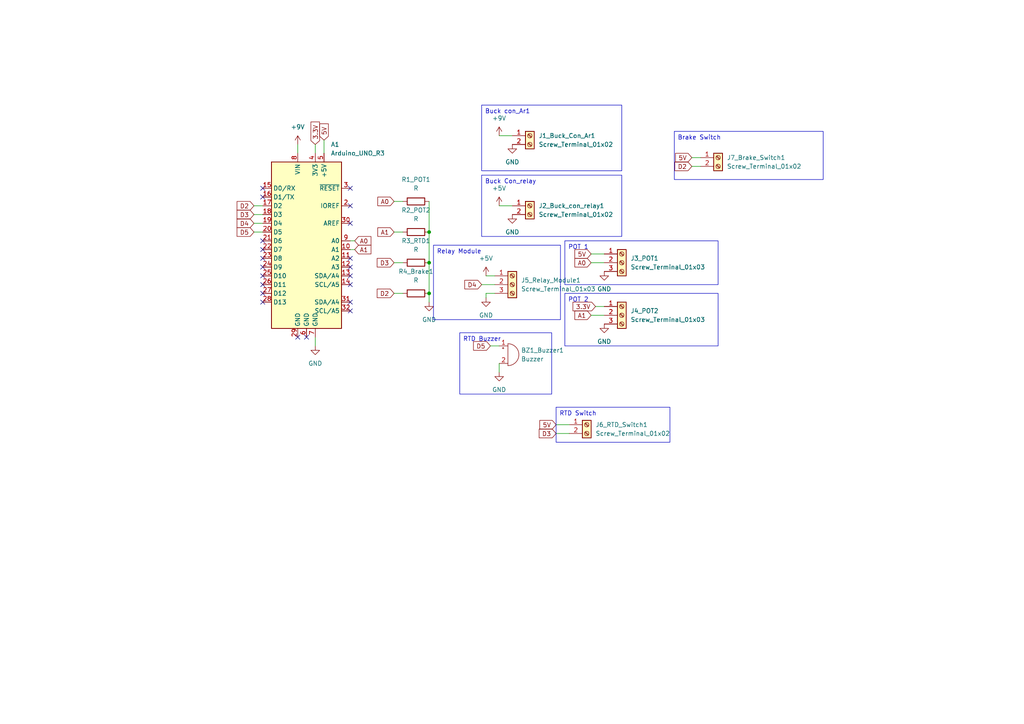
<source format=kicad_sch>
(kicad_sch (version 20230121) (generator eeschema)
  (paper "A4")
  (lib_symbols
    (symbol "Connector:Screw_Terminal_01x02" (pin_names (offset 1.016) hide)
      (property "Reference" "J" (at 0 2.54 0))
      (property "Value" "Screw_Terminal_01x02" (at 0 -5.08 0))
      (symbol "Screw_Terminal_01x02_1_1"
        (rectangle (start -1.27 1.27) (end 1.27 -3.81) (stroke (width 0.254)) (fill (type background)))
        (circle (center 0 -2.54) (radius 0.635) (stroke (width 0.1524)))
        (polyline (pts (xy -0.5334 -2.2098) (xy 0.3302 -3.048)) (stroke (width 0.1524)))
        (polyline (pts (xy -0.5334 0.3302) (xy 0.3302 -0.508)) (stroke (width 0.1524)))
        (polyline (pts (xy -0.3556 -2.032) (xy 0.508 -2.8702)) (stroke (width 0.1524)))
        (polyline (pts (xy -0.3556 0.508) (xy 0.508 -0.3302)) (stroke (width 0.1524)))
        (circle (center 0 0) (radius 0.635) (stroke (width 0.1524)))
        (pin passive line (at -5.08 0 0) (length 3.81) (name "Pin_1") (number "1"))
        (pin passive line (at -5.08 -2.54 0) (length 3.81) (name "Pin_2") (number "2"))
      )
    )
    (symbol "Connector:Screw_Terminal_01x03" (pin_names (offset 1.016) hide)
      (property "Reference" "J" (at 0 5.08 0))
      (property "Value" "Screw_Terminal_01x03" (at 0 -5.08 0))
      (symbol "Screw_Terminal_01x03_1_1"
        (rectangle (start -1.27 3.81) (end 1.27 -3.81) (stroke (width 0.254)) (fill (type background)))
        (circle (center 0 -2.54) (radius 0.635) (stroke (width 0.1524)))
        (polyline (pts (xy -0.5334 -2.2098) (xy 0.3302 -3.048)) (stroke (width 0.1524)))
        (polyline (pts (xy -0.5334 0.3302) (xy 0.3302 -0.508)) (stroke (width 0.1524)))
        (polyline (pts (xy -0.5334 2.8702) (xy 0.3302 2.032)) (stroke (width 0.1524)))
        (polyline (pts (xy -0.3556 -2.032) (xy 0.508 -2.8702)) (stroke (width 0.1524)))
        (polyline (pts (xy -0.3556 0.508) (xy 0.508 -0.3302)) (stroke (width 0.1524)))
        (polyline (pts (xy -0.3556 3.048) (xy 0.508 2.2098)) (stroke (width 0.1524)))
        (circle (center 0 0) (radius 0.635) (stroke (width 0.1524)))
        (circle (center 0 2.54) (radius 0.635) (stroke (width 0.1524)))
        (pin passive line (at -5.08 2.54 0) (length 3.81) (name "Pin_1") (number "1"))
        (pin passive line (at -5.08 0 0) (length 3.81) (name "Pin_2") (number "2"))
        (pin passive line (at -5.08 -2.54 0) (length 3.81) (name "Pin_3") (number "3"))
      )
    )
    (symbol "Device:Buzzer" (pin_names (offset 0.0254) hide)
      (property "Reference" "BZ" (at 3.81 1.27 0))
      (property "Value" "Buzzer" (at 3.81 -1.27 0))
      (symbol "Buzzer_0_1"
        (arc (start 0 -3.175) (mid 3.1612 0) (end 0 3.175))
        (polyline (pts (xy -1.651 1.905) (xy -1.143 1.905)))
        (polyline (pts (xy -1.397 2.159) (xy -1.397 1.651)))
        (polyline (pts (xy 0 3.175) (xy 0 -3.175)))
      )
      (symbol "Buzzer_1_1"
        (pin passive line (at -2.54 2.54 0) (length 2.54) (name "-") (number "1"))
        (pin passive line (at -2.54 -2.54 0) (length 2.54) (name "+") (number "2"))
      )
    )
    (symbol "Device:R" (pin_numbers hide) (pin_names (offset 0))
      (property "Reference" "R" (at 2.032 0 90))
      (property "Value" "R" (at 0 0 90))
      (symbol "R_0_1"
        (rectangle (start -1.016 -2.54) (end 1.016 2.54) (stroke (width 0.254)))
      )
      (symbol "R_1_1"
        (pin passive line (at 0 3.81 270) (length 1.27) (name "~") (number "1"))
        (pin passive line (at 0 -3.81 90) (length 1.27) (name "~") (number "2"))
      )
    )
    (symbol "MCU_Module:Arduino_UNO_R3"
      (property "Reference" "A" (at -10.16 23.495 0))
      (property "Value" "Arduino_UNO_R3" (at 5.08 -26.67 0))
      (symbol "Arduino_UNO_R3_0_1"
        (rectangle (start -10.16 22.86) (end 10.16 -25.4) (stroke (width 0.254)) (fill (type background)))
      )
      (symbol "Arduino_UNO_R3_1_1"
        (pin no_connect line (at -10.16 -20.32 0) (length 2.54) hide (name "NC") (number "1"))
        (pin bidirectional line (at 12.7 -2.54 180) (length 2.54) (name "A1") (number "10"))
        (pin bidirectional line (at 12.7 -5.08 180) (length 2.54) (name "A2") (number "11"))
        (pin bidirectional line (at 12.7 -7.62 180) (length 2.54) (name "A3") (number "12"))
        (pin bidirectional line (at 12.7 -10.16 180) (length 2.54) (name "SDA/A4") (number "13"))
        (pin bidirectional line (at 12.7 -12.7 180) (length 2.54) (name "SCL/A5") (number "14"))
        (pin bidirectional line (at -12.7 15.24 0) (length 2.54) (name "D0/RX") (number "15"))
        (pin bidirectional line (at -12.7 12.7 0) (length 2.54) (name "D1/TX") (number "16"))
        (pin bidirectional line (at -12.7 10.16 0) (length 2.54) (name "D2") (number "17"))
        (pin bidirectional line (at -12.7 7.62 0) (length 2.54) (name "D3") (number "18"))
        (pin bidirectional line (at -12.7 5.08 0) (length 2.54) (name "D4") (number "19"))
        (pin output line (at 12.7 10.16 180) (length 2.54) (name "IOREF") (number "2"))
        (pin bidirectional line (at -12.7 2.54 0) (length 2.54) (name "D5") (number "20"))
        (pin bidirectional line (at -12.7 0 0) (length 2.54) (name "D6") (number "21"))
        (pin bidirectional line (at -12.7 -2.54 0) (length 2.54) (name "D7") (number "22"))
        (pin bidirectional line (at -12.7 -5.08 0) (length 2.54) (name "D8") (number "23"))
        (pin bidirectional line (at -12.7 -7.62 0) (length 2.54) (name "D9") (number "24"))
        (pin bidirectional line (at -12.7 -10.16 0) (length 2.54) (name "D10") (number "25"))
        (pin bidirectional line (at -12.7 -12.7 0) (length 2.54) (name "D11") (number "26"))
        (pin bidirectional line (at -12.7 -15.24 0) (length 2.54) (name "D12") (number "27"))
        (pin bidirectional line (at -12.7 -17.78 0) (length 2.54) (name "D13") (number "28"))
        (pin power_in line (at -2.54 -27.94 90) (length 2.54) (name "GND") (number "29"))
        (pin input line (at 12.7 15.24 180) (length 2.54) (name "~{RESET}") (number "3"))
        (pin input line (at 12.7 5.08 180) (length 2.54) (name "AREF") (number "30"))
        (pin bidirectional line (at 12.7 -17.78 180) (length 2.54) (name "SDA/A4") (number "31"))
        (pin bidirectional line (at 12.7 -20.32 180) (length 2.54) (name "SCL/A5") (number "32"))
        (pin power_out line (at 2.54 25.4 270) (length 2.54) (name "3V3") (number "4"))
        (pin power_out line (at 5.08 25.4 270) (length 2.54) (name "+5V") (number "5"))
        (pin power_in line (at 0 -27.94 90) (length 2.54) (name "GND") (number "6"))
        (pin power_in line (at 2.54 -27.94 90) (length 2.54) (name "GND") (number "7"))
        (pin power_in line (at -2.54 25.4 270) (length 2.54) (name "VIN") (number "8"))
        (pin bidirectional line (at 12.7 0 180) (length 2.54) (name "A0") (number "9"))
      )
    )
    (symbol "power:+5V" (power) (pin_names (offset 0))
      (property "Value" "+5V" (at 0 3.556 0))
      (symbol "+5V_0_1"
        (polyline (pts (xy -0.762 1.27) (xy 0 2.54)))
        (polyline (pts (xy 0 0) (xy 0 2.54)))
        (polyline (pts (xy 0 2.54) (xy 0.762 1.27)))
      )
      (symbol "+5V_1_1"
        (pin power_in line (at 0 0 90) (length 0) hide (name "+5V") (number "1"))
      )
    )
    (symbol "power:+9V" (power) (pin_names (offset 0))
      (property "Value" "+9V" (at 0 3.556 0))
      (symbol "+9V_0_1"
        (polyline (pts (xy -0.762 1.27) (xy 0 2.54)))
        (polyline (pts (xy 0 0) (xy 0 2.54)))
        (polyline (pts (xy 0 2.54) (xy 0.762 1.27)))
      )
      (symbol "+9V_1_1"
        (pin power_in line (at 0 0 90) (length 0) hide (name "+9V") (number "1"))
      )
    )
    (symbol "power:GND" (power) (pin_names (offset 0))
      (property "Value" "GND" (at 0 -3.81 0))
      (symbol "GND_0_1"
        (polyline (pts (xy 0 0) (xy 0 -1.27) (xy 1.27 -1.27) (xy 0 -2.54) (xy -1.27 -1.27) (xy 0 -1.27)))
      )
      (symbol "GND_1_1"
        (pin power_in line (at 0 0 270) (length 0) hide (name "GND") (number "1"))
      )
    )
  )
  (junction (at 124.46 76.2))
  (junction (at 124.46 85.09))
  (junction (at 124.46 67.31))
  (no_connect (at 101.6 54.61))
  (no_connect (at 76.2 85.09))
  (no_connect (at 76.2 74.93))
  (no_connect (at 86.36 97.79))
  (no_connect (at 88.9 97.79))
  (no_connect (at 76.2 77.47))
  (no_connect (at 76.2 80.01))
  (no_connect (at 76.2 69.85))
  (no_connect (at 76.2 72.39))
  (no_connect (at 76.2 82.55))
  (no_connect (at 76.2 57.15))
  (no_connect (at 101.6 87.63))
  (no_connect (at 76.2 87.63))
  (no_connect (at 101.6 82.55))
  (no_connect (at 101.6 64.77))
  (no_connect (at 101.6 80.01))
  (no_connect (at 76.2 54.61))
  (no_connect (at 101.6 90.17))
  (no_connect (at 101.6 74.93))
  (no_connect (at 101.6 59.69))
  (no_connect (at 101.6 77.47))
  (wire (pts (xy 139.7 82.55) (xy 143.51 82.55)))
  (wire (pts (xy 73.66 67.31) (xy 76.2 67.31)))
  (wire (pts (xy 171.45 76.2) (xy 175.26 76.2)))
  (wire (pts (xy 114.3 58.42) (xy 116.84 58.42)))
  (wire (pts (xy 140.97 80.01) (xy 143.51 80.01)))
  (wire (pts (xy 73.66 59.69) (xy 76.2 59.69)))
  (wire (pts (xy 93.98 40.64) (xy 93.98 44.45)))
  (wire (pts (xy 73.66 62.23) (xy 76.2 62.23)))
  (wire (pts (xy 200.66 45.72) (xy 203.2 45.72)))
  (wire (pts (xy 114.3 76.2) (xy 116.84 76.2)))
  (wire (pts (xy 114.3 85.09) (xy 116.84 85.09)))
  (wire (pts (xy 124.46 58.42) (xy 124.46 67.31)))
  (wire (pts (xy 144.78 105.41) (xy 144.78 107.95)))
  (wire (pts (xy 124.46 76.2) (xy 124.46 85.09)))
  (wire (pts (xy 124.46 67.31) (xy 124.46 76.2)))
  (wire (pts (xy 144.78 59.69) (xy 148.59 59.69)))
  (wire (pts (xy 91.44 100.33) (xy 91.44 97.79)))
  (wire (pts (xy 161.29 125.73) (xy 165.1 125.73)))
  (wire (pts (xy 101.6 69.85) (xy 102.87 69.85)))
  (wire (pts (xy 91.44 41.91) (xy 91.44 44.45)))
  (wire (pts (xy 124.46 85.09) (xy 124.46 87.63)))
  (wire (pts (xy 171.45 91.44) (xy 175.26 91.44)))
  (wire (pts (xy 140.97 85.09) (xy 140.97 86.36)))
  (wire (pts (xy 142.24 100.33) (xy 144.78 100.33)))
  (wire (pts (xy 200.66 48.26) (xy 203.2 48.26)))
  (wire (pts (xy 161.29 123.19) (xy 165.1 123.19)))
  (wire (pts (xy 171.45 73.66) (xy 175.26 73.66)))
  (wire (pts (xy 140.97 85.09) (xy 143.51 85.09)))
  (wire (pts (xy 144.78 39.37) (xy 148.59 39.37)))
  (wire (pts (xy 101.6 72.39) (xy 102.87 72.39)))
  (wire (pts (xy 172.72 88.9) (xy 175.26 88.9)))
  (wire (pts (xy 86.36 41.91) (xy 86.36 44.45)))
  (wire (pts (xy 73.66 64.77) (xy 76.2 64.77)))
  (wire (pts (xy 114.3 67.31) (xy 116.84 67.31)))
  (text_box "Buck Con_relay" (at 139.7 50.8 0) (size 40.64 17.78) (effects (font (size 1.27 1.27)) (justify left top)))
  (text_box "POT 1\n" (at 163.83 69.85 0) (size 44.45 12.7) (effects (font (size 1.27 1.27)) (justify left top)))
  (text_box "Brake Switch" (at 195.58 38.1 0) (size 43.18 13.97) (effects (font (size 1.27 1.27)) (justify left top)))
  (text_box "RTD Switch\n" (at 161.29 118.11 0) (size 33.02 10.16) (effects (font (size 1.27 1.27)) (justify left top)))
  (text_box "POT 2" (at 163.83 85.09 0) (size 44.45 15.24) (effects (font (size 1.27 1.27)) (justify left top)))
  (text_box "RTD Buzzer" (at 133.35 96.52 0) (size 26.67 17.78) (effects (font (size 1.27 1.27)) (justify left top)))
  (text_box "Buck con_Ar1" (at 139.7 30.48 0) (size 40.64 19.05) (effects (font (size 1.27 1.27)) (justify left top)))
  (text_box "Relay Module" (at 125.73 71.12 0) (size 36.83 21.59) (effects (font (size 1.27 1.27)) (justify left top)))
  (global_label "5V" (shape input) (at 161.29 123.19 180) (property "Intersheetrefs" "${INTERSHEET_REFS}" (effects hide)))
  (global_label "A0" (shape input) (at 114.3 58.42 180) (property "Intersheetrefs" "${INTERSHEET_REFS}" (effects hide)))
  (global_label "D4" (shape input) (at 139.7 82.55 180) (property "Intersheetrefs" "${INTERSHEET_REFS}" (effects hide)))
  (global_label "A0" (shape input) (at 171.45 76.2 180) (property "Intersheetrefs" "${INTERSHEET_REFS}" (effects hide)))
  (global_label "D5" (shape input) (at 73.66 67.31 180) (property "Intersheetrefs" "${INTERSHEET_REFS}" (effects hide)))
  (global_label "D3" (shape input) (at 114.3 76.2 180) (property "Intersheetrefs" "${INTERSHEET_REFS}" (effects hide)))
  (global_label "D2" (shape input) (at 114.3 85.09 180) (property "Intersheetrefs" "${INTERSHEET_REFS}" (effects hide)))
  (global_label "D3" (shape input) (at 161.29 125.73 180) (property "Intersheetrefs" "${INTERSHEET_REFS}" (effects hide)))
  (global_label "A0" (shape input) (at 102.87 69.85 0) (property "Intersheetrefs" "${INTERSHEET_REFS}" (effects hide)))
  (global_label "D2" (shape input) (at 200.66 48.26 180) (property "Intersheetrefs" "${INTERSHEET_REFS}" (effects hide)))
  (global_label "A1" (shape input) (at 102.87 72.39 0) (property "Intersheetrefs" "${INTERSHEET_REFS}" (effects hide)))
  (global_label "5V" (shape input) (at 171.45 73.66 180) (property "Intersheetrefs" "${INTERSHEET_REFS}" (effects hide)))
  (global_label "D3" (shape input) (at 73.66 62.23 180) (property "Intersheetrefs" "${INTERSHEET_REFS}" (effects hide)))
  (global_label "3.3V" (shape input) (at 91.44 41.91 90) (property "Intersheetrefs" "${INTERSHEET_REFS}" (effects hide)))
  (global_label "3.3V" (shape input) (at 172.72 88.9 180) (property "Intersheetrefs" "${INTERSHEET_REFS}" (effects hide)))
  (global_label "D4" (shape input) (at 73.66 64.77 180) (property "Intersheetrefs" "${INTERSHEET_REFS}" (effects hide)))
  (global_label "A1" (shape input) (at 171.45 91.44 180) (property "Intersheetrefs" "${INTERSHEET_REFS}" (effects hide)))
  (global_label "5V" (shape input) (at 93.98 40.64 90) (property "Intersheetrefs" "${INTERSHEET_REFS}" (effects hide)))
  (global_label "D5" (shape input) (at 142.24 100.33 180) (property "Intersheetrefs" "${INTERSHEET_REFS}" (effects hide)))
  (global_label "D2" (shape input) (at 73.66 59.69 180) (property "Intersheetrefs" "${INTERSHEET_REFS}" (effects hide)))
  (global_label "5V" (shape input) (at 200.66 45.72 180) (property "Intersheetrefs" "${INTERSHEET_REFS}" (effects hide)))
  (global_label "A1" (shape input) (at 114.3 67.31 180) (property "Intersheetrefs" "${INTERSHEET_REFS}" (effects hide)))
  (symbol (lib_id "Connector:Screw_Terminal_01x02") (at 170.18 123.19 0) (unit 1)
    (property "Reference" "J6_RTD_Switch1" (at 172.72 123.19 0) (effects (justify left)))
    (property "Value" "Screw_Terminal_01x02" (at 172.72 125.73 0) (effects (justify left)))
    (property "Footprint" "TerminalBlock_Phoenix:TerminalBlock_Phoenix_MKDS-1,5-2-5.08_1x02_P5.08mm_Horizontal" (effects hide))
  )
  (symbol (lib_id "Device:R") (at 120.65 58.42 90) (unit 1)
    (property "Reference" "R1_POT1" (at 120.65 52.07 90))
    (property "Value" "R" (at 120.65 54.61 90))
    (property "Footprint" "Resistor_THT:R_Axial_DIN0207_L6.3mm_D2.5mm_P10.16mm_Horizontal" (effects hide))
  )
  (symbol (lib_id "Connector:Screw_Terminal_01x03") (at 180.34 91.44 0) (unit 1)
    (property "Reference" "J4_POT2" (at 182.88 90.17 0) (effects (justify left)))
    (property "Value" "Screw_Terminal_01x03" (at 182.88 92.71 0) (effects (justify left)))
    (property "Footprint" "TerminalBlock_Phoenix:TerminalBlock_Phoenix_MKDS-1,5-3-5.08_1x03_P5.08mm_Horizontal" (effects hide))
  )
  (symbol (lib_id "Connector:Screw_Terminal_01x03") (at 148.59 82.55 0) (unit 1)
    (property "Reference" "J5_Relay_Module1" (at 151.13 81.28 0) (effects (justify left)))
    (property "Value" "Screw_Terminal_01x03" (at 151.13 83.82 0) (effects (justify left)))
    (property "Footprint" "TerminalBlock_Phoenix:TerminalBlock_Phoenix_MKDS-1,5-3-5.08_1x03_P5.08mm_Horizontal" (effects hide))
  )
  (symbol (lib_id "Device:Buzzer") (at 147.32 102.87 0) (unit 1)
    (property "Reference" "BZ1_Buzzer1" (at 151.13 101.6 0) (effects (justify left)))
    (property "Value" "Buzzer" (at 151.13 104.14 0) (effects (justify left)))
    (property "Footprint" "Buzzer_Beeper:Buzzer_12x9.5RM7.6" (effects hide))
  )
  (symbol (lib_id "power:GND") (at 91.44 100.33 0) (unit 1)
    (property "Reference" "#PWR014" (effects hide))
    (property "Value" "GND" (at 91.44 105.41 0))
  )
  (symbol (lib_id "power:+9V") (at 144.78 39.37 0) (unit 1)
    (property "Reference" "#PWR01" (effects hide))
    (property "Value" "+9V" (at 144.78 34.29 0))
  )
  (symbol (lib_id "Device:R") (at 120.65 67.31 90) (unit 1)
    (property "Reference" "R2_POT2" (at 120.65 60.96 90))
    (property "Value" "R" (at 120.65 63.5 90))
    (property "Footprint" "Resistor_THT:R_Axial_DIN0207_L6.3mm_D2.5mm_P10.16mm_Horizontal" (effects hide))
  )
  (symbol (lib_id "Device:R") (at 120.65 85.09 90) (unit 1)
    (property "Reference" "R4_Brake1" (at 120.65 78.74 90))
    (property "Value" "R" (at 120.65 81.28 90))
    (property "Footprint" "Resistor_THT:R_Axial_DIN0207_L6.3mm_D2.5mm_P10.16mm_Horizontal" (effects hide))
  )
  (symbol (lib_id "power:GND") (at 175.26 78.74 0) (unit 1)
    (property "Reference" "#PWR08" (effects hide))
    (property "Value" "GND" (at 175.26 83.82 0))
  )
  (symbol (lib_id "power:GND") (at 148.59 41.91 0) (unit 1)
    (property "Reference" "#PWR03" (effects hide))
    (property "Value" "GND" (at 148.59 46.99 0))
  )
  (symbol (lib_id "Connector:Screw_Terminal_01x02") (at 208.28 45.72 0) (unit 1)
    (property "Reference" "J7_Brake_Switch1" (at 210.82 45.72 0) (effects (justify left)))
    (property "Value" "Screw_Terminal_01x02" (at 210.82 48.26 0) (effects (justify left)))
    (property "Footprint" "TerminalBlock_Phoenix:TerminalBlock_Phoenix_MKDS-1,5-2-5.08_1x02_P5.08mm_Horizontal" (effects hide))
  )
  (symbol (lib_id "power:GND") (at 144.78 107.95 0) (unit 1)
    (property "Reference" "#PWR010" (effects hide))
    (property "Value" "GND" (at 144.78 113.03 0))
  )
  (symbol (lib_id "power:+9V") (at 86.36 41.91 0) (unit 1)
    (property "Reference" "#PWR05" (effects hide))
    (property "Value" "+9V" (at 86.36 36.83 0))
  )
  (symbol (lib_id "power:GND") (at 175.26 93.98 0) (unit 1)
    (property "Reference" "#PWR09" (effects hide))
    (property "Value" "GND" (at 175.26 99.06 0))
  )
  (symbol (lib_id "power:GND") (at 124.46 87.63 0) (unit 1)
    (property "Reference" "#PWR07" (effects hide))
    (property "Value" "GND" (at 124.46 92.71 0))
  )
  (symbol (lib_id "power:+5V") (at 144.78 59.69 0) (unit 1)
    (property "Reference" "#PWR02" (effects hide))
    (property "Value" "+5V" (at 144.78 54.61 0))
  )
  (symbol (lib_id "power:GND") (at 140.97 86.36 0) (unit 1)
    (property "Reference" "#PWR011" (effects hide))
    (property "Value" "GND" (at 140.97 91.44 0))
  )
  (symbol (lib_id "power:GND") (at 148.59 62.23 0) (unit 1)
    (property "Reference" "#PWR04" (effects hide))
    (property "Value" "GND" (at 148.59 67.31 0))
  )
  (symbol (lib_id "Connector:Screw_Terminal_01x02") (at 153.67 59.69 0) (unit 1)
    (property "Reference" "J2_Buck_con_relay1" (at 156.21 59.69 0) (effects (justify left)))
    (property "Value" "Screw_Terminal_01x02" (at 156.21 62.23 0) (effects (justify left)))
    (property "Footprint" "TerminalBlock_Phoenix:TerminalBlock_Phoenix_MKDS-1,5-2-5.08_1x02_P5.08mm_Horizontal" (effects hide))
  )
  (symbol (lib_id "Device:R") (at 120.65 76.2 90) (unit 1)
    (property "Reference" "R3_RTD1" (at 120.65 69.85 90))
    (property "Value" "R" (at 120.65 72.39 90))
    (property "Footprint" "Resistor_THT:R_Axial_DIN0207_L6.3mm_D2.5mm_P10.16mm_Horizontal" (effects hide))
  )
  (symbol (lib_id "Connector:Screw_Terminal_01x03") (at 180.34 76.2 0) (unit 1)
    (property "Reference" "J3_POT1" (at 182.88 74.93 0) (effects (justify left)))
    (property "Value" "Screw_Terminal_01x03" (at 182.88 77.47 0) (effects (justify left)))
    (property "Footprint" "TerminalBlock_Phoenix:TerminalBlock_Phoenix_MKDS-1,5-3-5.08_1x03_P5.08mm_Horizontal" (effects hide))
  )
  (symbol (lib_id "MCU_Module:Arduino_UNO_R3") (at 88.9 69.85 0) (unit 1)
    (property "Reference" "A1" (at 95.9359 41.91 0) (effects (justify left)))
    (property "Value" "Arduino_UNO_R3" (at 95.9359 44.45 0) (effects (justify left)))
    (property "Footprint" "Module:Arduino_UNO_R3" (effects hide))
    (property "Datasheet" "https://www.arduino.cc/en/Main/arduinoBoardUno" (effects hide))
  )
  (symbol (lib_id "power:+5V") (at 140.97 80.01 0) (unit 1)
    (property "Reference" "#PWR06" (effects hide))
    (property "Value" "+5V" (at 140.97 74.93 0))
  )
  (symbol (lib_id "Connector:Screw_Terminal_01x02") (at 153.67 39.37 0) (unit 1)
    (property "Reference" "J1_Buck_Con_Ar1" (at 156.21 39.37 0) (effects (justify left)))
    (property "Value" "Screw_Terminal_01x02" (at 156.21 41.91 0) (effects (justify left)))
    (property "Footprint" "TerminalBlock_Phoenix:TerminalBlock_Phoenix_MKDS-1,5-2-5.08_1x02_P5.08mm_Horizontal" (effects hide))
  )
)
</source>
